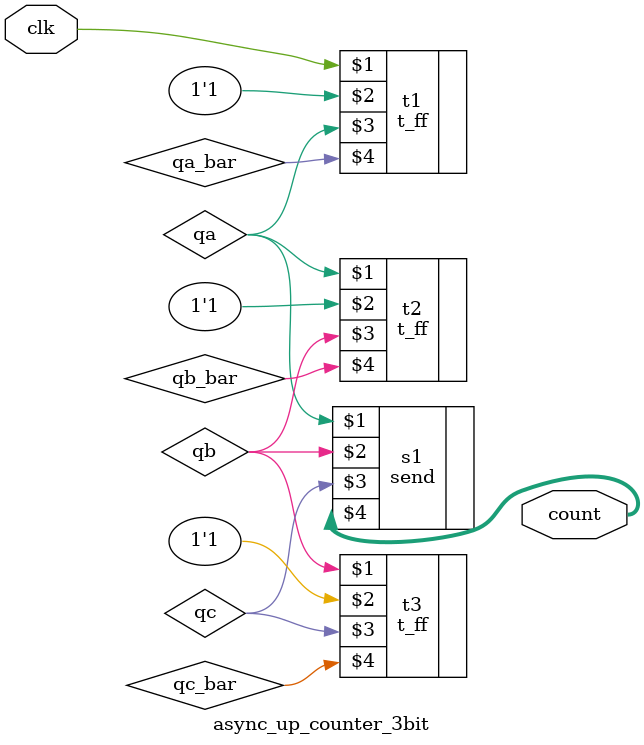
<source format=v>
module async_up_counter_3bit(clk, count);
input clk;
output [2:0]count;
wire qa, qb, qc, qa_bar, qb_bar, qc_bar;
t_ff t1(clk, 1'b1, qa, qa_bar);
t_ff t2(qa, 1'b1, qb, qb_bar);
t_ff t3(qb, 1'b1, qc, qc_bar);
send s1(qa,qb,qc,count);
endmodule 
</source>
